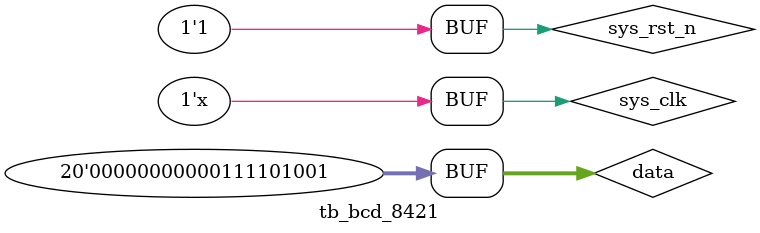
<source format=v>
`timescale 1ns/1ns
module  tb_bcd_8421();

    
reg              sys_clk      ;
reg              sys_rst_n    ;
reg    [19:0]    data         ;

wire     [3:0]   unit       ;
wire     [3:0]   ten        ;
wire     [3:0]   hun        ;
wire     [3:0]   tho        ;
wire     [3:0]   t_tho      ;
wire     [3:0]   h_tho      ;
    
initial begin
    sys_clk = 1'b1;
    sys_rst_n <= 1'b0;
    data <= 20'd987360;
    #20
    sys_rst_n <= 1'b1;
    #1000
    data <= 20'd125479;
    #1000
    data <= 20'd45162;
    #1000
    data <= 20'd2874;
    #1000
    data <= 20'd489;

end   

always #10 sys_clk = ~sys_clk;


bcd_8421    bcd_8421_inst
(
    .sys_clk     (sys_clk  ),
    .sys_rst_n   (sys_rst_n),
    .data        (data     ),
    
    .unit        (unit     ),
    .ten         (ten      ),
    .hun         (hun      ),
    .tho         (tho      ),
    .t_tho       (t_tho    ),
    .h_tho       (h_tho    )
    
);


endmodule
</source>
